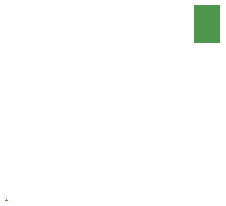
<source format=gm1>
G04*
G04 #@! TF.GenerationSoftware,Altium Limited,Altium Designer,18.1.6 (161)*
G04*
G04 Layer_Color=16711935*
%FSLAX25Y25*%
%MOIN*%
G70*
G01*
G75*
%ADD19C,0.00500*%
%ADD135R,0.09055X0.12598*%
D19*
X717500Y397600D02*
X717900D01*
D135*
X784400Y456500D02*
D03*
M02*

</source>
